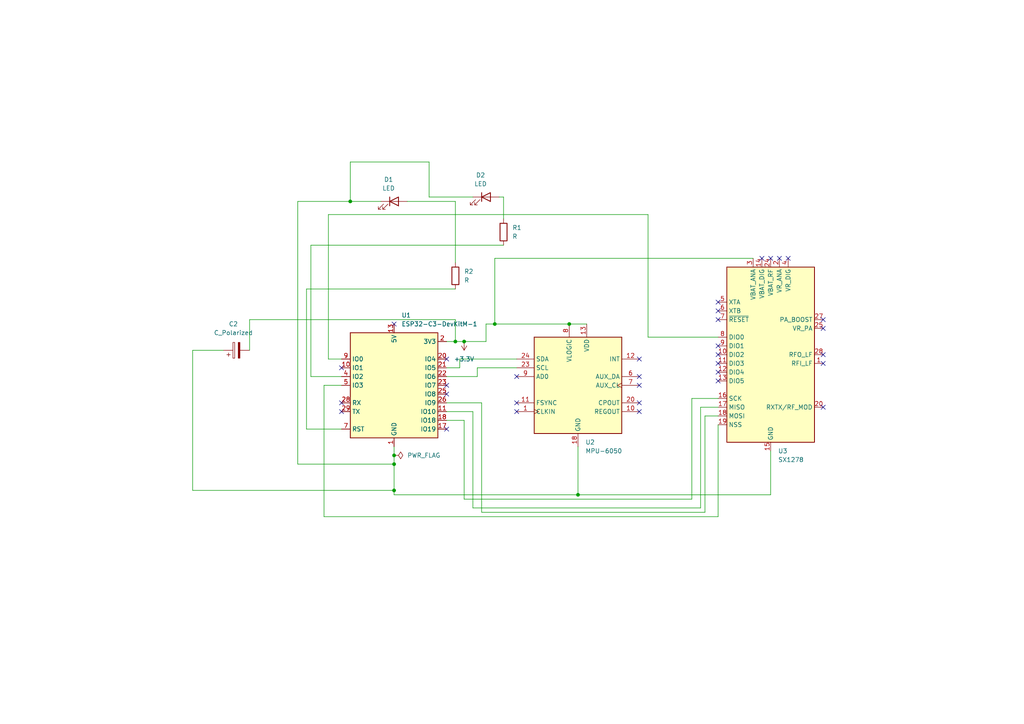
<source format=kicad_sch>
(kicad_sch
	(version 20250114)
	(generator "eeschema")
	(generator_version "9.0")
	(uuid "5b63fe88-1620-4037-b05e-381cf9cc9b7e")
	(paper "A4")
	(title_block
		(title "decentrilized-peer-peer-network")
		(date "2026-01-09")
		(rev "1.0")
	)
	(lib_symbols
		(symbol "Device:C_Polarized"
			(pin_numbers
				(hide yes)
			)
			(pin_names
				(offset 0.254)
			)
			(exclude_from_sim no)
			(in_bom yes)
			(on_board yes)
			(property "Reference" "C"
				(at 0.635 2.54 0)
				(effects
					(font
						(size 1.27 1.27)
					)
					(justify left)
				)
			)
			(property "Value" "C_Polarized"
				(at 0.635 -2.54 0)
				(effects
					(font
						(size 1.27 1.27)
					)
					(justify left)
				)
			)
			(property "Footprint" ""
				(at 0.9652 -3.81 0)
				(effects
					(font
						(size 1.27 1.27)
					)
					(hide yes)
				)
			)
			(property "Datasheet" "~"
				(at 0 0 0)
				(effects
					(font
						(size 1.27 1.27)
					)
					(hide yes)
				)
			)
			(property "Description" "Polarized capacitor"
				(at 0 0 0)
				(effects
					(font
						(size 1.27 1.27)
					)
					(hide yes)
				)
			)
			(property "ki_keywords" "cap capacitor"
				(at 0 0 0)
				(effects
					(font
						(size 1.27 1.27)
					)
					(hide yes)
				)
			)
			(property "ki_fp_filters" "CP_*"
				(at 0 0 0)
				(effects
					(font
						(size 1.27 1.27)
					)
					(hide yes)
				)
			)
			(symbol "C_Polarized_0_1"
				(rectangle
					(start -2.286 0.508)
					(end 2.286 1.016)
					(stroke
						(width 0)
						(type default)
					)
					(fill
						(type none)
					)
				)
				(polyline
					(pts
						(xy -1.778 2.286) (xy -0.762 2.286)
					)
					(stroke
						(width 0)
						(type default)
					)
					(fill
						(type none)
					)
				)
				(polyline
					(pts
						(xy -1.27 2.794) (xy -1.27 1.778)
					)
					(stroke
						(width 0)
						(type default)
					)
					(fill
						(type none)
					)
				)
				(rectangle
					(start 2.286 -0.508)
					(end -2.286 -1.016)
					(stroke
						(width 0)
						(type default)
					)
					(fill
						(type outline)
					)
				)
			)
			(symbol "C_Polarized_1_1"
				(pin passive line
					(at 0 3.81 270)
					(length 2.794)
					(name "~"
						(effects
							(font
								(size 1.27 1.27)
							)
						)
					)
					(number "1"
						(effects
							(font
								(size 1.27 1.27)
							)
						)
					)
				)
				(pin passive line
					(at 0 -3.81 90)
					(length 2.794)
					(name "~"
						(effects
							(font
								(size 1.27 1.27)
							)
						)
					)
					(number "2"
						(effects
							(font
								(size 1.27 1.27)
							)
						)
					)
				)
			)
			(embedded_fonts no)
		)
		(symbol "Device:LED"
			(pin_numbers
				(hide yes)
			)
			(pin_names
				(offset 1.016)
				(hide yes)
			)
			(exclude_from_sim no)
			(in_bom yes)
			(on_board yes)
			(property "Reference" "D"
				(at 0 2.54 0)
				(effects
					(font
						(size 1.27 1.27)
					)
				)
			)
			(property "Value" "LED"
				(at 0 -2.54 0)
				(effects
					(font
						(size 1.27 1.27)
					)
				)
			)
			(property "Footprint" ""
				(at 0 0 0)
				(effects
					(font
						(size 1.27 1.27)
					)
					(hide yes)
				)
			)
			(property "Datasheet" "~"
				(at 0 0 0)
				(effects
					(font
						(size 1.27 1.27)
					)
					(hide yes)
				)
			)
			(property "Description" "Light emitting diode"
				(at 0 0 0)
				(effects
					(font
						(size 1.27 1.27)
					)
					(hide yes)
				)
			)
			(property "Sim.Pins" "1=K 2=A"
				(at 0 0 0)
				(effects
					(font
						(size 1.27 1.27)
					)
					(hide yes)
				)
			)
			(property "ki_keywords" "LED diode"
				(at 0 0 0)
				(effects
					(font
						(size 1.27 1.27)
					)
					(hide yes)
				)
			)
			(property "ki_fp_filters" "LED* LED_SMD:* LED_THT:*"
				(at 0 0 0)
				(effects
					(font
						(size 1.27 1.27)
					)
					(hide yes)
				)
			)
			(symbol "LED_0_1"
				(polyline
					(pts
						(xy -3.048 -0.762) (xy -4.572 -2.286) (xy -3.81 -2.286) (xy -4.572 -2.286) (xy -4.572 -1.524)
					)
					(stroke
						(width 0)
						(type default)
					)
					(fill
						(type none)
					)
				)
				(polyline
					(pts
						(xy -1.778 -0.762) (xy -3.302 -2.286) (xy -2.54 -2.286) (xy -3.302 -2.286) (xy -3.302 -1.524)
					)
					(stroke
						(width 0)
						(type default)
					)
					(fill
						(type none)
					)
				)
				(polyline
					(pts
						(xy -1.27 0) (xy 1.27 0)
					)
					(stroke
						(width 0)
						(type default)
					)
					(fill
						(type none)
					)
				)
				(polyline
					(pts
						(xy -1.27 -1.27) (xy -1.27 1.27)
					)
					(stroke
						(width 0.254)
						(type default)
					)
					(fill
						(type none)
					)
				)
				(polyline
					(pts
						(xy 1.27 -1.27) (xy 1.27 1.27) (xy -1.27 0) (xy 1.27 -1.27)
					)
					(stroke
						(width 0.254)
						(type default)
					)
					(fill
						(type none)
					)
				)
			)
			(symbol "LED_1_1"
				(pin passive line
					(at -3.81 0 0)
					(length 2.54)
					(name "K"
						(effects
							(font
								(size 1.27 1.27)
							)
						)
					)
					(number "1"
						(effects
							(font
								(size 1.27 1.27)
							)
						)
					)
				)
				(pin passive line
					(at 3.81 0 180)
					(length 2.54)
					(name "A"
						(effects
							(font
								(size 1.27 1.27)
							)
						)
					)
					(number "2"
						(effects
							(font
								(size 1.27 1.27)
							)
						)
					)
				)
			)
			(embedded_fonts no)
		)
		(symbol "Device:R"
			(pin_numbers
				(hide yes)
			)
			(pin_names
				(offset 0)
			)
			(exclude_from_sim no)
			(in_bom yes)
			(on_board yes)
			(property "Reference" "R"
				(at 2.032 0 90)
				(effects
					(font
						(size 1.27 1.27)
					)
				)
			)
			(property "Value" "R"
				(at 0 0 90)
				(effects
					(font
						(size 1.27 1.27)
					)
				)
			)
			(property "Footprint" ""
				(at -1.778 0 90)
				(effects
					(font
						(size 1.27 1.27)
					)
					(hide yes)
				)
			)
			(property "Datasheet" "~"
				(at 0 0 0)
				(effects
					(font
						(size 1.27 1.27)
					)
					(hide yes)
				)
			)
			(property "Description" "Resistor"
				(at 0 0 0)
				(effects
					(font
						(size 1.27 1.27)
					)
					(hide yes)
				)
			)
			(property "ki_keywords" "R res resistor"
				(at 0 0 0)
				(effects
					(font
						(size 1.27 1.27)
					)
					(hide yes)
				)
			)
			(property "ki_fp_filters" "R_*"
				(at 0 0 0)
				(effects
					(font
						(size 1.27 1.27)
					)
					(hide yes)
				)
			)
			(symbol "R_0_1"
				(rectangle
					(start -1.016 -2.54)
					(end 1.016 2.54)
					(stroke
						(width 0.254)
						(type default)
					)
					(fill
						(type none)
					)
				)
			)
			(symbol "R_1_1"
				(pin passive line
					(at 0 3.81 270)
					(length 1.27)
					(name "~"
						(effects
							(font
								(size 1.27 1.27)
							)
						)
					)
					(number "1"
						(effects
							(font
								(size 1.27 1.27)
							)
						)
					)
				)
				(pin passive line
					(at 0 -3.81 90)
					(length 1.27)
					(name "~"
						(effects
							(font
								(size 1.27 1.27)
							)
						)
					)
					(number "2"
						(effects
							(font
								(size 1.27 1.27)
							)
						)
					)
				)
			)
			(embedded_fonts no)
		)
		(symbol "RF:SX1278"
			(exclude_from_sim no)
			(in_bom yes)
			(on_board yes)
			(property "Reference" "U"
				(at 13.97 24.13 0)
				(effects
					(font
						(size 1.27 1.27)
					)
					(justify left)
				)
			)
			(property "Value" "SX1278"
				(at 13.97 21.59 0)
				(effects
					(font
						(size 1.27 1.27)
					)
					(justify left)
				)
			)
			(property "Footprint" "Package_DFN_QFN:QFN-28-1EP_6x6mm_P0.65mm_EP4.8x4.8mm"
				(at 0 -7.62 0)
				(effects
					(font
						(size 1.27 1.27)
					)
					(hide yes)
				)
			)
			(property "Datasheet" "https://semtech.my.salesforce.com/sfc/p/#E0000000JelG/a/2R0000001Rbr/6EfVZUorrpoKFfvaF_Fkpgp5kzjiNyiAbqcpqh9qSjE"
				(at 0 -5.08 0)
				(effects
					(font
						(size 1.27 1.27)
					)
					(hide yes)
				)
			)
			(property "Description" "137 MHz to 525 MHz Low Power Long Range Transceiver, spreading factor from 6 to 12, LoRA, QFN-28"
				(at 0 0 0)
				(effects
					(font
						(size 1.27 1.27)
					)
					(hide yes)
				)
			)
			(property "ki_keywords" "low-power lora transceiver"
				(at 0 0 0)
				(effects
					(font
						(size 1.27 1.27)
					)
					(hide yes)
				)
			)
			(property "ki_fp_filters" "QFN*1EP*6x6mm*P0.65mm*"
				(at 0 0 0)
				(effects
					(font
						(size 1.27 1.27)
					)
					(hide yes)
				)
			)
			(symbol "SX1278_0_1"
				(rectangle
					(start -12.7 25.4)
					(end 12.7 -25.4)
					(stroke
						(width 0.254)
						(type default)
					)
					(fill
						(type background)
					)
				)
			)
			(symbol "SX1278_1_1"
				(pin bidirectional line
					(at -15.24 15.24 0)
					(length 2.54)
					(name "XTA"
						(effects
							(font
								(size 1.27 1.27)
							)
						)
					)
					(number "5"
						(effects
							(font
								(size 1.27 1.27)
							)
						)
					)
				)
				(pin bidirectional line
					(at -15.24 12.7 0)
					(length 2.54)
					(name "XTB"
						(effects
							(font
								(size 1.27 1.27)
							)
						)
					)
					(number "6"
						(effects
							(font
								(size 1.27 1.27)
							)
						)
					)
				)
				(pin input line
					(at -15.24 10.16 0)
					(length 2.54)
					(name "~{RESET}"
						(effects
							(font
								(size 1.27 1.27)
							)
						)
					)
					(number "7"
						(effects
							(font
								(size 1.27 1.27)
							)
						)
					)
				)
				(pin bidirectional line
					(at -15.24 5.08 0)
					(length 2.54)
					(name "DIO0"
						(effects
							(font
								(size 1.27 1.27)
							)
						)
					)
					(number "8"
						(effects
							(font
								(size 1.27 1.27)
							)
						)
					)
				)
				(pin bidirectional line
					(at -15.24 2.54 0)
					(length 2.54)
					(name "DIO1"
						(effects
							(font
								(size 1.27 1.27)
							)
						)
					)
					(number "9"
						(effects
							(font
								(size 1.27 1.27)
							)
						)
					)
				)
				(pin bidirectional line
					(at -15.24 0 0)
					(length 2.54)
					(name "DIO2"
						(effects
							(font
								(size 1.27 1.27)
							)
						)
					)
					(number "10"
						(effects
							(font
								(size 1.27 1.27)
							)
						)
					)
				)
				(pin bidirectional line
					(at -15.24 -2.54 0)
					(length 2.54)
					(name "DIO3"
						(effects
							(font
								(size 1.27 1.27)
							)
						)
					)
					(number "11"
						(effects
							(font
								(size 1.27 1.27)
							)
						)
					)
				)
				(pin bidirectional line
					(at -15.24 -5.08 0)
					(length 2.54)
					(name "DIO4"
						(effects
							(font
								(size 1.27 1.27)
							)
						)
					)
					(number "12"
						(effects
							(font
								(size 1.27 1.27)
							)
						)
					)
				)
				(pin bidirectional line
					(at -15.24 -7.62 0)
					(length 2.54)
					(name "DIO5"
						(effects
							(font
								(size 1.27 1.27)
							)
						)
					)
					(number "13"
						(effects
							(font
								(size 1.27 1.27)
							)
						)
					)
				)
				(pin input line
					(at -15.24 -12.7 0)
					(length 2.54)
					(name "SCK"
						(effects
							(font
								(size 1.27 1.27)
							)
						)
					)
					(number "16"
						(effects
							(font
								(size 1.27 1.27)
							)
						)
					)
				)
				(pin output line
					(at -15.24 -15.24 0)
					(length 2.54)
					(name "MISO"
						(effects
							(font
								(size 1.27 1.27)
							)
						)
					)
					(number "17"
						(effects
							(font
								(size 1.27 1.27)
							)
						)
					)
				)
				(pin input line
					(at -15.24 -17.78 0)
					(length 2.54)
					(name "MOSI"
						(effects
							(font
								(size 1.27 1.27)
							)
						)
					)
					(number "18"
						(effects
							(font
								(size 1.27 1.27)
							)
						)
					)
				)
				(pin input line
					(at -15.24 -20.32 0)
					(length 2.54)
					(name "NSS"
						(effects
							(font
								(size 1.27 1.27)
							)
						)
					)
					(number "19"
						(effects
							(font
								(size 1.27 1.27)
							)
						)
					)
				)
				(pin power_in line
					(at -5.08 27.94 270)
					(length 2.54)
					(name "VBAT_ANA"
						(effects
							(font
								(size 1.27 1.27)
							)
						)
					)
					(number "3"
						(effects
							(font
								(size 1.27 1.27)
							)
						)
					)
				)
				(pin power_in line
					(at -2.54 27.94 270)
					(length 2.54)
					(name "VBAT_DIG"
						(effects
							(font
								(size 1.27 1.27)
							)
						)
					)
					(number "14"
						(effects
							(font
								(size 1.27 1.27)
							)
						)
					)
				)
				(pin power_in line
					(at 0 27.94 270)
					(length 2.54)
					(name "VBAT_RF"
						(effects
							(font
								(size 1.27 1.27)
							)
						)
					)
					(number "24"
						(effects
							(font
								(size 1.27 1.27)
							)
						)
					)
				)
				(pin power_in line
					(at 0 -27.94 90)
					(length 2.54)
					(name "GND"
						(effects
							(font
								(size 1.27 1.27)
							)
						)
					)
					(number "15"
						(effects
							(font
								(size 1.27 1.27)
							)
						)
					)
				)
				(pin passive line
					(at 0 -27.94 90)
					(length 2.54)
					(hide yes)
					(name "GND"
						(effects
							(font
								(size 1.27 1.27)
							)
						)
					)
					(number "21"
						(effects
							(font
								(size 1.27 1.27)
							)
						)
					)
				)
				(pin passive line
					(at 0 -27.94 90)
					(length 2.54)
					(hide yes)
					(name "GND"
						(effects
							(font
								(size 1.27 1.27)
							)
						)
					)
					(number "22"
						(effects
							(font
								(size 1.27 1.27)
							)
						)
					)
				)
				(pin passive line
					(at 0 -27.94 90)
					(length 2.54)
					(hide yes)
					(name "GND"
						(effects
							(font
								(size 1.27 1.27)
							)
						)
					)
					(number "23"
						(effects
							(font
								(size 1.27 1.27)
							)
						)
					)
				)
				(pin passive line
					(at 0 -27.94 90)
					(length 2.54)
					(hide yes)
					(name "GND"
						(effects
							(font
								(size 1.27 1.27)
							)
						)
					)
					(number "26"
						(effects
							(font
								(size 1.27 1.27)
							)
						)
					)
				)
				(pin passive line
					(at 0 -27.94 90)
					(length 2.54)
					(hide yes)
					(name "GND"
						(effects
							(font
								(size 1.27 1.27)
							)
						)
					)
					(number "29"
						(effects
							(font
								(size 1.27 1.27)
							)
						)
					)
				)
				(pin power_in line
					(at 2.54 27.94 270)
					(length 2.54)
					(name "VR_ANA"
						(effects
							(font
								(size 1.27 1.27)
							)
						)
					)
					(number "2"
						(effects
							(font
								(size 1.27 1.27)
							)
						)
					)
				)
				(pin power_in line
					(at 5.08 27.94 270)
					(length 2.54)
					(name "VR_DIG"
						(effects
							(font
								(size 1.27 1.27)
							)
						)
					)
					(number "4"
						(effects
							(font
								(size 1.27 1.27)
							)
						)
					)
				)
				(pin power_out line
					(at 15.24 10.16 180)
					(length 2.54)
					(name "PA_BOOST"
						(effects
							(font
								(size 1.27 1.27)
							)
						)
					)
					(number "27"
						(effects
							(font
								(size 1.27 1.27)
							)
						)
					)
				)
				(pin power_out line
					(at 15.24 7.62 180)
					(length 2.54)
					(name "VR_PA"
						(effects
							(font
								(size 1.27 1.27)
							)
						)
					)
					(number "25"
						(effects
							(font
								(size 1.27 1.27)
							)
						)
					)
				)
				(pin output line
					(at 15.24 0 180)
					(length 2.54)
					(name "RFO_LF"
						(effects
							(font
								(size 1.27 1.27)
							)
						)
					)
					(number "28"
						(effects
							(font
								(size 1.27 1.27)
							)
						)
					)
				)
				(pin input line
					(at 15.24 -2.54 180)
					(length 2.54)
					(name "RFI_LF"
						(effects
							(font
								(size 1.27 1.27)
							)
						)
					)
					(number "1"
						(effects
							(font
								(size 1.27 1.27)
							)
						)
					)
				)
				(pin output line
					(at 15.24 -15.24 180)
					(length 2.54)
					(name "RXTX/RF_MOD"
						(effects
							(font
								(size 1.27 1.27)
							)
						)
					)
					(number "20"
						(effects
							(font
								(size 1.27 1.27)
							)
						)
					)
				)
			)
			(embedded_fonts no)
		)
		(symbol "RF_Module:ESP32-C3-DevKitM-1"
			(exclude_from_sim no)
			(in_bom yes)
			(on_board yes)
			(property "Reference" "U"
				(at 7.62 16.51 0)
				(effects
					(font
						(size 1.27 1.27)
					)
				)
			)
			(property "Value" "ESP32-C3-DevKitM-1"
				(at 11.684 -16.764 0)
				(effects
					(font
						(size 1.27 1.27)
					)
				)
			)
			(property "Footprint" "RF_Module:ESP32-C3-DevKitM-1"
				(at 0 -25.4 0)
				(effects
					(font
						(size 1.27 1.27)
					)
					(hide yes)
				)
			)
			(property "Datasheet" "https://docs.espressif.com/projects/esp-idf/en/latest/esp32c3/hw-reference/esp32c3/user-guide-devkitm-1.html"
				(at 0 -30.48 0)
				(effects
					(font
						(size 1.27 1.27)
					)
					(hide yes)
				)
			)
			(property "Description" "Development board featuring ESP32-C3-MINI-1 module"
				(at 0 -27.94 0)
				(effects
					(font
						(size 1.27 1.27)
					)
					(hide yes)
				)
			)
			(property "ki_keywords" "riscv wifi bluetooth ble"
				(at 0 0 0)
				(effects
					(font
						(size 1.27 1.27)
					)
					(hide yes)
				)
			)
			(property "ki_fp_filters" "*ESP32?C3?DevKitM?1*"
				(at 0 0 0)
				(effects
					(font
						(size 1.27 1.27)
					)
					(hide yes)
				)
			)
			(symbol "ESP32-C3-DevKitM-1_1_1"
				(rectangle
					(start -12.7 15.24)
					(end 12.7 -15.24)
					(stroke
						(width 0.254)
						(type default)
					)
					(fill
						(type background)
					)
				)
				(pin bidirectional line
					(at -15.24 7.62 0)
					(length 2.54)
					(name "IO0"
						(effects
							(font
								(size 1.27 1.27)
							)
						)
					)
					(number "9"
						(effects
							(font
								(size 1.27 1.27)
							)
						)
					)
					(alternate "ADC1_CH0" passive line)
					(alternate "XTAL_32K_P" passive line)
				)
				(pin bidirectional line
					(at -15.24 5.08 0)
					(length 2.54)
					(name "IO1"
						(effects
							(font
								(size 1.27 1.27)
							)
						)
					)
					(number "10"
						(effects
							(font
								(size 1.27 1.27)
							)
						)
					)
					(alternate "ADC1_CH1" passive line)
					(alternate "XTAL_32K_N" passive line)
				)
				(pin bidirectional line
					(at -15.24 2.54 0)
					(length 2.54)
					(name "IO2"
						(effects
							(font
								(size 1.27 1.27)
							)
						)
					)
					(number "4"
						(effects
							(font
								(size 1.27 1.27)
							)
						)
					)
					(alternate "ADC1_CH0" passive line)
					(alternate "FSPIQ" passive line)
				)
				(pin bidirectional line
					(at -15.24 0 0)
					(length 2.54)
					(name "IO3"
						(effects
							(font
								(size 1.27 1.27)
							)
						)
					)
					(number "5"
						(effects
							(font
								(size 1.27 1.27)
							)
						)
					)
					(alternate "ADC1_CH3" passive line)
				)
				(pin input line
					(at -15.24 -5.08 0)
					(length 2.54)
					(name "RX"
						(effects
							(font
								(size 1.27 1.27)
							)
						)
					)
					(number "28"
						(effects
							(font
								(size 1.27 1.27)
							)
						)
					)
					(alternate "IO20" passive line)
				)
				(pin output line
					(at -15.24 -7.62 0)
					(length 2.54)
					(name "TX"
						(effects
							(font
								(size 1.27 1.27)
							)
						)
					)
					(number "29"
						(effects
							(font
								(size 1.27 1.27)
							)
						)
					)
					(alternate "IO21" passive line)
				)
				(pin input line
					(at -15.24 -12.7 0)
					(length 2.54)
					(name "RST"
						(effects
							(font
								(size 1.27 1.27)
							)
						)
					)
					(number "7"
						(effects
							(font
								(size 1.27 1.27)
							)
						)
					)
				)
				(pin passive line
					(at 0 17.78 270)
					(length 2.54)
					(name "5V"
						(effects
							(font
								(size 1.27 1.27)
							)
						)
					)
					(number "13"
						(effects
							(font
								(size 1.27 1.27)
							)
						)
					)
				)
				(pin passive line
					(at 0 17.78 270)
					(length 2.54)
					(hide yes)
					(name "5V"
						(effects
							(font
								(size 1.27 1.27)
							)
						)
					)
					(number "14"
						(effects
							(font
								(size 1.27 1.27)
							)
						)
					)
				)
				(pin power_in line
					(at 0 -17.78 90)
					(length 2.54)
					(name "GND"
						(effects
							(font
								(size 1.27 1.27)
							)
						)
					)
					(number "1"
						(effects
							(font
								(size 1.27 1.27)
							)
						)
					)
				)
				(pin passive line
					(at 0 -17.78 90)
					(length 2.54)
					(hide yes)
					(name "GND"
						(effects
							(font
								(size 1.27 1.27)
							)
						)
					)
					(number "12"
						(effects
							(font
								(size 1.27 1.27)
							)
						)
					)
				)
				(pin passive line
					(at 0 -17.78 90)
					(length 2.54)
					(hide yes)
					(name "GND"
						(effects
							(font
								(size 1.27 1.27)
							)
						)
					)
					(number "15"
						(effects
							(font
								(size 1.27 1.27)
							)
						)
					)
				)
				(pin passive line
					(at 0 -17.78 90)
					(length 2.54)
					(hide yes)
					(name "GND"
						(effects
							(font
								(size 1.27 1.27)
							)
						)
					)
					(number "16"
						(effects
							(font
								(size 1.27 1.27)
							)
						)
					)
				)
				(pin passive line
					(at 0 -17.78 90)
					(length 2.54)
					(hide yes)
					(name "GND"
						(effects
							(font
								(size 1.27 1.27)
							)
						)
					)
					(number "19"
						(effects
							(font
								(size 1.27 1.27)
							)
						)
					)
				)
				(pin passive line
					(at 0 -17.78 90)
					(length 2.54)
					(hide yes)
					(name "GND"
						(effects
							(font
								(size 1.27 1.27)
							)
						)
					)
					(number "24"
						(effects
							(font
								(size 1.27 1.27)
							)
						)
					)
				)
				(pin passive line
					(at 0 -17.78 90)
					(length 2.54)
					(hide yes)
					(name "GND"
						(effects
							(font
								(size 1.27 1.27)
							)
						)
					)
					(number "27"
						(effects
							(font
								(size 1.27 1.27)
							)
						)
					)
				)
				(pin passive line
					(at 0 -17.78 90)
					(length 2.54)
					(hide yes)
					(name "GND"
						(effects
							(font
								(size 1.27 1.27)
							)
						)
					)
					(number "30"
						(effects
							(font
								(size 1.27 1.27)
							)
						)
					)
				)
				(pin passive line
					(at 0 -17.78 90)
					(length 2.54)
					(hide yes)
					(name "GND"
						(effects
							(font
								(size 1.27 1.27)
							)
						)
					)
					(number "6"
						(effects
							(font
								(size 1.27 1.27)
							)
						)
					)
				)
				(pin passive line
					(at 0 -17.78 90)
					(length 2.54)
					(hide yes)
					(name "GND"
						(effects
							(font
								(size 1.27 1.27)
							)
						)
					)
					(number "8"
						(effects
							(font
								(size 1.27 1.27)
							)
						)
					)
				)
				(pin power_out line
					(at 15.24 12.7 180)
					(length 2.54)
					(name "3V3"
						(effects
							(font
								(size 1.27 1.27)
							)
						)
					)
					(number "2"
						(effects
							(font
								(size 1.27 1.27)
							)
						)
					)
				)
				(pin passive line
					(at 15.24 12.7 180)
					(length 2.54)
					(hide yes)
					(name "3V3"
						(effects
							(font
								(size 1.27 1.27)
							)
						)
					)
					(number "3"
						(effects
							(font
								(size 1.27 1.27)
							)
						)
					)
				)
				(pin bidirectional line
					(at 15.24 7.62 180)
					(length 2.54)
					(name "IO4"
						(effects
							(font
								(size 1.27 1.27)
							)
						)
					)
					(number "20"
						(effects
							(font
								(size 1.27 1.27)
							)
						)
					)
					(alternate "ADC1_CH4" passive line)
					(alternate "FSPIHD" passive line)
					(alternate "MTMS" passive line)
				)
				(pin bidirectional line
					(at 15.24 5.08 180)
					(length 2.54)
					(name "IO5"
						(effects
							(font
								(size 1.27 1.27)
							)
						)
					)
					(number "21"
						(effects
							(font
								(size 1.27 1.27)
							)
						)
					)
					(alternate "ADC2_CH0" passive line)
					(alternate "FSPIWP" passive line)
					(alternate "MTDI" passive line)
				)
				(pin bidirectional line
					(at 15.24 2.54 180)
					(length 2.54)
					(name "IO6"
						(effects
							(font
								(size 1.27 1.27)
							)
						)
					)
					(number "22"
						(effects
							(font
								(size 1.27 1.27)
							)
						)
					)
					(alternate "FSPICLK" passive line)
					(alternate "MTCK" passive line)
				)
				(pin bidirectional line
					(at 15.24 0 180)
					(length 2.54)
					(name "IO7"
						(effects
							(font
								(size 1.27 1.27)
							)
						)
					)
					(number "23"
						(effects
							(font
								(size 1.27 1.27)
							)
						)
					)
					(alternate "FSPID" passive line)
					(alternate "MTDO" passive line)
				)
				(pin bidirectional line
					(at 15.24 -2.54 180)
					(length 2.54)
					(name "IO8"
						(effects
							(font
								(size 1.27 1.27)
							)
						)
					)
					(number "25"
						(effects
							(font
								(size 1.27 1.27)
							)
						)
					)
				)
				(pin bidirectional line
					(at 15.24 -5.08 180)
					(length 2.54)
					(name "IO9"
						(effects
							(font
								(size 1.27 1.27)
							)
						)
					)
					(number "26"
						(effects
							(font
								(size 1.27 1.27)
							)
						)
					)
				)
				(pin bidirectional line
					(at 15.24 -7.62 180)
					(length 2.54)
					(name "IO10"
						(effects
							(font
								(size 1.27 1.27)
							)
						)
					)
					(number "11"
						(effects
							(font
								(size 1.27 1.27)
							)
						)
					)
					(alternate "FSPICS0" passive line)
				)
				(pin bidirectional line
					(at 15.24 -10.16 180)
					(length 2.54)
					(name "IO18"
						(effects
							(font
								(size 1.27 1.27)
							)
						)
					)
					(number "18"
						(effects
							(font
								(size 1.27 1.27)
							)
						)
					)
					(alternate "USB_D-" passive line)
				)
				(pin bidirectional line
					(at 15.24 -12.7 180)
					(length 2.54)
					(name "IO19"
						(effects
							(font
								(size 1.27 1.27)
							)
						)
					)
					(number "17"
						(effects
							(font
								(size 1.27 1.27)
							)
						)
					)
					(alternate "USB_D+" passive line)
				)
			)
			(embedded_fonts no)
		)
		(symbol "Sensor_Motion:MPU-6050"
			(exclude_from_sim no)
			(in_bom yes)
			(on_board yes)
			(property "Reference" "U"
				(at -11.43 13.97 0)
				(effects
					(font
						(size 1.27 1.27)
					)
				)
			)
			(property "Value" "MPU-6050"
				(at 7.62 -15.24 0)
				(effects
					(font
						(size 1.27 1.27)
					)
				)
			)
			(property "Footprint" "Sensor_Motion:InvenSense_QFN-24_4x4mm_P0.5mm"
				(at 0 -20.32 0)
				(effects
					(font
						(size 1.27 1.27)
					)
					(hide yes)
				)
			)
			(property "Datasheet" "https://invensense.tdk.com/wp-content/uploads/2015/02/MPU-6000-Datasheet1.pdf"
				(at 0 -3.81 0)
				(effects
					(font
						(size 1.27 1.27)
					)
					(hide yes)
				)
			)
			(property "Description" "InvenSense 6-Axis Motion Sensor, Gyroscope, Accelerometer, I2C"
				(at 0 0 0)
				(effects
					(font
						(size 1.27 1.27)
					)
					(hide yes)
				)
			)
			(property "ki_keywords" "mems"
				(at 0 0 0)
				(effects
					(font
						(size 1.27 1.27)
					)
					(hide yes)
				)
			)
			(property "ki_fp_filters" "*QFN*4x4mm*P0.5mm*"
				(at 0 0 0)
				(effects
					(font
						(size 1.27 1.27)
					)
					(hide yes)
				)
			)
			(symbol "MPU-6050_0_1"
				(rectangle
					(start -12.7 13.97)
					(end 12.7 -13.97)
					(stroke
						(width 0.254)
						(type default)
					)
					(fill
						(type background)
					)
				)
			)
			(symbol "MPU-6050_1_1"
				(pin bidirectional line
					(at -17.78 7.62 0)
					(length 5.08)
					(name "SDA"
						(effects
							(font
								(size 1.27 1.27)
							)
						)
					)
					(number "24"
						(effects
							(font
								(size 1.27 1.27)
							)
						)
					)
				)
				(pin input line
					(at -17.78 5.08 0)
					(length 5.08)
					(name "SCL"
						(effects
							(font
								(size 1.27 1.27)
							)
						)
					)
					(number "23"
						(effects
							(font
								(size 1.27 1.27)
							)
						)
					)
				)
				(pin input line
					(at -17.78 2.54 0)
					(length 5.08)
					(name "AD0"
						(effects
							(font
								(size 1.27 1.27)
							)
						)
					)
					(number "9"
						(effects
							(font
								(size 1.27 1.27)
							)
						)
					)
				)
				(pin input line
					(at -17.78 -5.08 0)
					(length 5.08)
					(name "FSYNC"
						(effects
							(font
								(size 1.27 1.27)
							)
						)
					)
					(number "11"
						(effects
							(font
								(size 1.27 1.27)
							)
						)
					)
				)
				(pin input clock
					(at -17.78 -7.62 0)
					(length 5.08)
					(name "CLKIN"
						(effects
							(font
								(size 1.27 1.27)
							)
						)
					)
					(number "1"
						(effects
							(font
								(size 1.27 1.27)
							)
						)
					)
				)
				(pin no_connect line
					(at -12.7 12.7 0)
					(length 2.54)
					(hide yes)
					(name "NC"
						(effects
							(font
								(size 1.27 1.27)
							)
						)
					)
					(number "2"
						(effects
							(font
								(size 1.27 1.27)
							)
						)
					)
				)
				(pin no_connect line
					(at -12.7 10.16 0)
					(length 2.54)
					(hide yes)
					(name "NC"
						(effects
							(font
								(size 1.27 1.27)
							)
						)
					)
					(number "3"
						(effects
							(font
								(size 1.27 1.27)
							)
						)
					)
				)
				(pin no_connect line
					(at -12.7 0 0)
					(length 2.54)
					(hide yes)
					(name "NC"
						(effects
							(font
								(size 1.27 1.27)
							)
						)
					)
					(number "4"
						(effects
							(font
								(size 1.27 1.27)
							)
						)
					)
				)
				(pin no_connect line
					(at -12.7 -2.54 0)
					(length 2.54)
					(hide yes)
					(name "NC"
						(effects
							(font
								(size 1.27 1.27)
							)
						)
					)
					(number "5"
						(effects
							(font
								(size 1.27 1.27)
							)
						)
					)
				)
				(pin no_connect line
					(at -12.7 -10.16 0)
					(length 2.54)
					(hide yes)
					(name "NC"
						(effects
							(font
								(size 1.27 1.27)
							)
						)
					)
					(number "14"
						(effects
							(font
								(size 1.27 1.27)
							)
						)
					)
				)
				(pin power_in line
					(at -2.54 17.78 270)
					(length 3.81)
					(name "VLOGIC"
						(effects
							(font
								(size 1.27 1.27)
							)
						)
					)
					(number "8"
						(effects
							(font
								(size 1.27 1.27)
							)
						)
					)
				)
				(pin power_in line
					(at 0 -17.78 90)
					(length 3.81)
					(name "GND"
						(effects
							(font
								(size 1.27 1.27)
							)
						)
					)
					(number "18"
						(effects
							(font
								(size 1.27 1.27)
							)
						)
					)
				)
				(pin power_in line
					(at 2.54 17.78 270)
					(length 3.81)
					(name "VDD"
						(effects
							(font
								(size 1.27 1.27)
							)
						)
					)
					(number "13"
						(effects
							(font
								(size 1.27 1.27)
							)
						)
					)
				)
				(pin no_connect line
					(at 12.7 12.7 180)
					(length 2.54)
					(hide yes)
					(name "NC"
						(effects
							(font
								(size 1.27 1.27)
							)
						)
					)
					(number "15"
						(effects
							(font
								(size 1.27 1.27)
							)
						)
					)
				)
				(pin no_connect line
					(at 12.7 10.16 180)
					(length 2.54)
					(hide yes)
					(name "NC"
						(effects
							(font
								(size 1.27 1.27)
							)
						)
					)
					(number "16"
						(effects
							(font
								(size 1.27 1.27)
							)
						)
					)
				)
				(pin no_connect line
					(at 12.7 5.08 180)
					(length 2.54)
					(hide yes)
					(name "NC"
						(effects
							(font
								(size 1.27 1.27)
							)
						)
					)
					(number "17"
						(effects
							(font
								(size 1.27 1.27)
							)
						)
					)
				)
				(pin no_connect line
					(at 12.7 -2.54 180)
					(length 2.54)
					(hide yes)
					(name "RESV"
						(effects
							(font
								(size 1.27 1.27)
							)
						)
					)
					(number "21"
						(effects
							(font
								(size 1.27 1.27)
							)
						)
					)
				)
				(pin no_connect line
					(at 12.7 -10.16 180)
					(length 2.54)
					(hide yes)
					(name "RESV"
						(effects
							(font
								(size 1.27 1.27)
							)
						)
					)
					(number "19"
						(effects
							(font
								(size 1.27 1.27)
							)
						)
					)
				)
				(pin no_connect line
					(at 12.7 -12.7 180)
					(length 2.54)
					(hide yes)
					(name "RESV"
						(effects
							(font
								(size 1.27 1.27)
							)
						)
					)
					(number "22"
						(effects
							(font
								(size 1.27 1.27)
							)
						)
					)
				)
				(pin output line
					(at 17.78 7.62 180)
					(length 5.08)
					(name "INT"
						(effects
							(font
								(size 1.27 1.27)
							)
						)
					)
					(number "12"
						(effects
							(font
								(size 1.27 1.27)
							)
						)
					)
				)
				(pin bidirectional line
					(at 17.78 2.54 180)
					(length 5.08)
					(name "AUX_DA"
						(effects
							(font
								(size 1.27 1.27)
							)
						)
					)
					(number "6"
						(effects
							(font
								(size 1.27 1.27)
							)
						)
					)
				)
				(pin output clock
					(at 17.78 0 180)
					(length 5.08)
					(name "AUX_CL"
						(effects
							(font
								(size 1.27 1.27)
							)
						)
					)
					(number "7"
						(effects
							(font
								(size 1.27 1.27)
							)
						)
					)
				)
				(pin passive line
					(at 17.78 -5.08 180)
					(length 5.08)
					(name "CPOUT"
						(effects
							(font
								(size 1.27 1.27)
							)
						)
					)
					(number "20"
						(effects
							(font
								(size 1.27 1.27)
							)
						)
					)
				)
				(pin passive line
					(at 17.78 -7.62 180)
					(length 5.08)
					(name "REGOUT"
						(effects
							(font
								(size 1.27 1.27)
							)
						)
					)
					(number "10"
						(effects
							(font
								(size 1.27 1.27)
							)
						)
					)
				)
			)
			(embedded_fonts no)
		)
		(symbol "power:+3.3V"
			(power)
			(pin_numbers
				(hide yes)
			)
			(pin_names
				(offset 0)
				(hide yes)
			)
			(exclude_from_sim no)
			(in_bom yes)
			(on_board yes)
			(property "Reference" "#PWR"
				(at 0 -3.81 0)
				(effects
					(font
						(size 1.27 1.27)
					)
					(hide yes)
				)
			)
			(property "Value" "+3.3V"
				(at 0 3.556 0)
				(effects
					(font
						(size 1.27 1.27)
					)
				)
			)
			(property "Footprint" ""
				(at 0 0 0)
				(effects
					(font
						(size 1.27 1.27)
					)
					(hide yes)
				)
			)
			(property "Datasheet" ""
				(at 0 0 0)
				(effects
					(font
						(size 1.27 1.27)
					)
					(hide yes)
				)
			)
			(property "Description" "Power symbol creates a global label with name \"+3.3V\""
				(at 0 0 0)
				(effects
					(font
						(size 1.27 1.27)
					)
					(hide yes)
				)
			)
			(property "ki_keywords" "global power"
				(at 0 0 0)
				(effects
					(font
						(size 1.27 1.27)
					)
					(hide yes)
				)
			)
			(symbol "+3.3V_0_1"
				(polyline
					(pts
						(xy -0.762 1.27) (xy 0 2.54)
					)
					(stroke
						(width 0)
						(type default)
					)
					(fill
						(type none)
					)
				)
				(polyline
					(pts
						(xy 0 2.54) (xy 0.762 1.27)
					)
					(stroke
						(width 0)
						(type default)
					)
					(fill
						(type none)
					)
				)
				(polyline
					(pts
						(xy 0 0) (xy 0 2.54)
					)
					(stroke
						(width 0)
						(type default)
					)
					(fill
						(type none)
					)
				)
			)
			(symbol "+3.3V_1_1"
				(pin power_in line
					(at 0 0 90)
					(length 0)
					(name "~"
						(effects
							(font
								(size 1.27 1.27)
							)
						)
					)
					(number "1"
						(effects
							(font
								(size 1.27 1.27)
							)
						)
					)
				)
			)
			(embedded_fonts no)
		)
		(symbol "power:PWR_FLAG"
			(power)
			(pin_numbers
				(hide yes)
			)
			(pin_names
				(offset 0)
				(hide yes)
			)
			(exclude_from_sim no)
			(in_bom yes)
			(on_board yes)
			(property "Reference" "#FLG"
				(at 0 1.905 0)
				(effects
					(font
						(size 1.27 1.27)
					)
					(hide yes)
				)
			)
			(property "Value" "PWR_FLAG"
				(at 0 3.81 0)
				(effects
					(font
						(size 1.27 1.27)
					)
				)
			)
			(property "Footprint" ""
				(at 0 0 0)
				(effects
					(font
						(size 1.27 1.27)
					)
					(hide yes)
				)
			)
			(property "Datasheet" "~"
				(at 0 0 0)
				(effects
					(font
						(size 1.27 1.27)
					)
					(hide yes)
				)
			)
			(property "Description" "Special symbol for telling ERC where power comes from"
				(at 0 0 0)
				(effects
					(font
						(size 1.27 1.27)
					)
					(hide yes)
				)
			)
			(property "ki_keywords" "flag power"
				(at 0 0 0)
				(effects
					(font
						(size 1.27 1.27)
					)
					(hide yes)
				)
			)
			(symbol "PWR_FLAG_0_0"
				(pin power_out line
					(at 0 0 90)
					(length 0)
					(name "~"
						(effects
							(font
								(size 1.27 1.27)
							)
						)
					)
					(number "1"
						(effects
							(font
								(size 1.27 1.27)
							)
						)
					)
				)
			)
			(symbol "PWR_FLAG_0_1"
				(polyline
					(pts
						(xy 0 0) (xy 0 1.27) (xy -1.016 1.905) (xy 0 2.54) (xy 1.016 1.905) (xy 0 1.27)
					)
					(stroke
						(width 0)
						(type default)
					)
					(fill
						(type none)
					)
				)
			)
			(embedded_fonts no)
		)
	)
	(junction
		(at 134.62 99.06)
		(diameter 0)
		(color 0 0 0 0)
		(uuid "1508f3d7-db63-45cd-9a09-11634d81d2f6")
	)
	(junction
		(at 167.64 143.51)
		(diameter 0)
		(color 0 0 0 0)
		(uuid "3675e0d4-f390-41f6-bf8f-016a4b71732b")
	)
	(junction
		(at 132.08 99.06)
		(diameter 0)
		(color 0 0 0 0)
		(uuid "3a6d6d5c-f97c-4c08-a482-fd19312eaed2")
	)
	(junction
		(at 165.1 93.98)
		(diameter 0)
		(color 0 0 0 0)
		(uuid "74e6c9c8-d3b5-4fbd-bb66-c2b84e86871a")
	)
	(junction
		(at 114.3 142.24)
		(diameter 0)
		(color 0 0 0 0)
		(uuid "832a8ead-a4fd-4e1f-96d6-2e4b683edfb2")
	)
	(junction
		(at 101.6 58.42)
		(diameter 0)
		(color 0 0 0 0)
		(uuid "994eaa8e-2575-4b01-9e17-8d6268cae6f8")
	)
	(junction
		(at 114.3 132.08)
		(diameter 0)
		(color 0 0 0 0)
		(uuid "e9abf8b5-b83d-4e33-bbf8-3687be8b9201")
	)
	(junction
		(at 114.3 134.62)
		(diameter 0)
		(color 0 0 0 0)
		(uuid "f158b90d-1993-4dab-aa33-552b14f2c4f1")
	)
	(junction
		(at 143.51 93.98)
		(diameter 0)
		(color 0 0 0 0)
		(uuid "fe9fec56-41e2-420c-8bff-2ae25d9aec6c")
	)
	(no_connect
		(at 226.06 74.93)
		(uuid "02fe6820-df86-458a-ad5a-5dbecc887a6d")
	)
	(no_connect
		(at 149.86 109.22)
		(uuid "030b7d47-f1a0-4605-a98f-10a61e0390e3")
	)
	(no_connect
		(at 149.86 116.84)
		(uuid "13992829-2ed6-405a-a1ff-a6d1205ea58a")
	)
	(no_connect
		(at 238.76 118.11)
		(uuid "1410489b-2022-4663-a330-afe54ecd3212")
	)
	(no_connect
		(at 238.76 92.71)
		(uuid "1a1d317b-72b5-4463-a1d7-ecd0a2b8ec59")
	)
	(no_connect
		(at 208.28 100.33)
		(uuid "2e0fadd7-cca5-410c-9257-4376640fc7f5")
	)
	(no_connect
		(at 185.42 116.84)
		(uuid "30955be6-270e-4a51-adbf-23183be12d8d")
	)
	(no_connect
		(at 149.86 119.38)
		(uuid "3f341c31-5de9-47c1-969e-77118d382b3e")
	)
	(no_connect
		(at 114.3 93.98)
		(uuid "46cd9cdb-00bd-435a-b02a-381c81e450f4")
	)
	(no_connect
		(at 99.06 106.68)
		(uuid "4d79e796-fd10-432a-8d3c-7717cdd1e88a")
	)
	(no_connect
		(at 129.54 104.14)
		(uuid "514727eb-075a-461a-b54f-4e0829043eeb")
	)
	(no_connect
		(at 208.28 90.17)
		(uuid "533de101-9792-484a-a67a-1d7254d66e35")
	)
	(no_connect
		(at 208.28 87.63)
		(uuid "5673b7ad-ff32-4b0f-a59f-2c0deb0bd2ac")
	)
	(no_connect
		(at 238.76 102.87)
		(uuid "587823ef-0043-4378-a8db-5c48ee7fee38")
	)
	(no_connect
		(at 99.06 116.84)
		(uuid "616f8861-12b2-42d1-aff2-8ac07a2dd13c")
	)
	(no_connect
		(at 208.28 105.41)
		(uuid "64a80a34-86c8-4ca7-97a4-29c3d51701c1")
	)
	(no_connect
		(at 185.42 104.14)
		(uuid "67d49d93-afc6-4bc2-b70e-09bf639dc59f")
	)
	(no_connect
		(at 208.28 110.49)
		(uuid "83954360-29db-47c5-a7f6-60538c2089df")
	)
	(no_connect
		(at 238.76 95.25)
		(uuid "888a413e-558a-4ef4-9de8-dc43e72ad2b5")
	)
	(no_connect
		(at 129.54 114.3)
		(uuid "8bba1780-9524-44fe-889f-3a6cbefdd6aa")
	)
	(no_connect
		(at 208.28 107.95)
		(uuid "8c0501fd-b6fe-449b-901f-060af1fdb643")
	)
	(no_connect
		(at 129.54 111.76)
		(uuid "9280d109-4df4-4d31-b29a-dcb8edceb2fe")
	)
	(no_connect
		(at 208.28 92.71)
		(uuid "9d66dfbb-e789-4642-9a16-7ef9d2830549")
	)
	(no_connect
		(at 228.6 74.93)
		(uuid "a1e8c39c-8854-4311-8745-f838fe20f39b")
	)
	(no_connect
		(at 99.06 119.38)
		(uuid "a6069ce1-9386-4f65-a79e-830e9282b2e6")
	)
	(no_connect
		(at 220.98 74.93)
		(uuid "c5e5e849-1274-4e20-87f6-c19bf6755473")
	)
	(no_connect
		(at 185.42 111.76)
		(uuid "c9ee6877-e233-4d19-8974-9d76a047ecaa")
	)
	(no_connect
		(at 185.42 109.22)
		(uuid "cafffa07-343c-4d31-9642-cbd7c94a1392")
	)
	(no_connect
		(at 129.54 124.46)
		(uuid "d01f16e5-1715-4468-827a-3cdb868ab6aa")
	)
	(no_connect
		(at 208.28 102.87)
		(uuid "d1e4679b-da52-4f6e-90a3-42872b53ff6a")
	)
	(no_connect
		(at 238.76 105.41)
		(uuid "e1c3afc0-1445-42cf-b829-ad1e4c1c18c3")
	)
	(no_connect
		(at 223.52 74.93)
		(uuid "eb944191-de5e-492f-80e6-0f7faa531a16")
	)
	(no_connect
		(at 185.42 119.38)
		(uuid "edce22d1-5e05-4a98-9e8b-ddad20479966")
	)
	(wire
		(pts
			(xy 134.62 121.92) (xy 129.54 121.92)
		)
		(stroke
			(width 0)
			(type default)
		)
		(uuid "00c68c6b-9136-4cd6-bd5a-908aa7ba9be5")
	)
	(wire
		(pts
			(xy 140.97 99.06) (xy 140.97 93.98)
		)
		(stroke
			(width 0)
			(type default)
		)
		(uuid "02482896-703a-494b-8b78-33d2efec88e7")
	)
	(wire
		(pts
			(xy 139.7 148.59) (xy 139.7 116.84)
		)
		(stroke
			(width 0)
			(type default)
		)
		(uuid "08b6c223-ccde-4190-b334-d6d16ba4606b")
	)
	(wire
		(pts
			(xy 55.88 101.6) (xy 64.77 101.6)
		)
		(stroke
			(width 0)
			(type default)
		)
		(uuid "0a63ac49-3fc1-47a7-b3ab-c3f1dab958d4")
	)
	(wire
		(pts
			(xy 133.35 104.14) (xy 133.35 106.68)
		)
		(stroke
			(width 0)
			(type default)
		)
		(uuid "0b7b53f3-ddff-4a82-a0f6-7bfb6ca67e08")
	)
	(wire
		(pts
			(xy 208.28 149.86) (xy 93.98 149.86)
		)
		(stroke
			(width 0)
			(type default)
		)
		(uuid "1257543b-3bc3-4072-a9f6-f37ddc45b907")
	)
	(wire
		(pts
			(xy 101.6 46.99) (xy 101.6 58.42)
		)
		(stroke
			(width 0)
			(type default)
		)
		(uuid "19990d1b-a44f-4fcb-99e4-f1b2a721a7c4")
	)
	(wire
		(pts
			(xy 138.43 106.68) (xy 149.86 106.68)
		)
		(stroke
			(width 0)
			(type default)
		)
		(uuid "20822ed3-a9b0-4f66-a62c-6b8ed4032633")
	)
	(wire
		(pts
			(xy 223.52 143.51) (xy 167.64 143.51)
		)
		(stroke
			(width 0)
			(type default)
		)
		(uuid "2572b82d-015f-41dc-969b-750751807f14")
	)
	(wire
		(pts
			(xy 114.3 143.51) (xy 114.3 142.24)
		)
		(stroke
			(width 0)
			(type default)
		)
		(uuid "27db0388-58ba-4886-b254-498e5ed037ca")
	)
	(wire
		(pts
			(xy 203.2 147.32) (xy 137.16 147.32)
		)
		(stroke
			(width 0)
			(type default)
		)
		(uuid "301b22c1-66e1-4af3-8ac1-a6044c048bcc")
	)
	(wire
		(pts
			(xy 144.78 57.15) (xy 146.05 57.15)
		)
		(stroke
			(width 0)
			(type default)
		)
		(uuid "313855be-3201-4c82-9710-c1a47401ce7f")
	)
	(wire
		(pts
			(xy 134.62 144.78) (xy 134.62 121.92)
		)
		(stroke
			(width 0)
			(type default)
		)
		(uuid "3385d085-8004-4923-89f0-232657d821b7")
	)
	(wire
		(pts
			(xy 132.08 99.06) (xy 134.62 99.06)
		)
		(stroke
			(width 0)
			(type default)
		)
		(uuid "33f20d96-6f88-4300-a4e6-596303877bf7")
	)
	(wire
		(pts
			(xy 114.3 129.54) (xy 114.3 132.08)
		)
		(stroke
			(width 0)
			(type default)
		)
		(uuid "356b88d2-4cd8-47b5-a3cb-eccbad95ef28")
	)
	(wire
		(pts
			(xy 204.47 148.59) (xy 139.7 148.59)
		)
		(stroke
			(width 0)
			(type default)
		)
		(uuid "3717e3b3-fb7c-42dd-b173-56f9a92db174")
	)
	(wire
		(pts
			(xy 218.44 74.93) (xy 143.51 74.93)
		)
		(stroke
			(width 0)
			(type default)
		)
		(uuid "37f4011c-af5d-4eb7-a7c9-f91427b98da1")
	)
	(wire
		(pts
			(xy 208.28 118.11) (xy 203.2 118.11)
		)
		(stroke
			(width 0)
			(type default)
		)
		(uuid "3efcd472-01ef-43c6-98dc-b3f871830fb2")
	)
	(wire
		(pts
			(xy 137.16 119.38) (xy 129.54 119.38)
		)
		(stroke
			(width 0)
			(type default)
		)
		(uuid "4132337b-b9b7-4b3d-bdde-a8685e2ca33e")
	)
	(wire
		(pts
			(xy 129.54 99.06) (xy 132.08 99.06)
		)
		(stroke
			(width 0)
			(type default)
		)
		(uuid "419da885-b61d-47fc-a8cd-d8d24459f268")
	)
	(wire
		(pts
			(xy 90.17 109.22) (xy 90.17 71.12)
		)
		(stroke
			(width 0)
			(type default)
		)
		(uuid "431cb511-26c1-477d-a6e1-4be28fd39630")
	)
	(wire
		(pts
			(xy 133.35 104.14) (xy 149.86 104.14)
		)
		(stroke
			(width 0)
			(type default)
		)
		(uuid "4c47b8ee-2843-4148-8927-ffa871790ad9")
	)
	(wire
		(pts
			(xy 208.28 120.65) (xy 204.47 120.65)
		)
		(stroke
			(width 0)
			(type default)
		)
		(uuid "4e93138d-2b8c-467c-9cab-53eaaab1e9c6")
	)
	(wire
		(pts
			(xy 200.66 115.57) (xy 200.66 144.78)
		)
		(stroke
			(width 0)
			(type default)
		)
		(uuid "4f6861e0-4ace-4288-947e-1d6de8a0e3d2")
	)
	(wire
		(pts
			(xy 86.36 134.62) (xy 114.3 134.62)
		)
		(stroke
			(width 0)
			(type default)
		)
		(uuid "56fe26b3-6cf2-4811-9690-e7109a127541")
	)
	(wire
		(pts
			(xy 95.25 62.23) (xy 187.96 62.23)
		)
		(stroke
			(width 0)
			(type default)
		)
		(uuid "583140cd-37df-4a86-8f07-5c2ee670cb30")
	)
	(wire
		(pts
			(xy 204.47 120.65) (xy 204.47 148.59)
		)
		(stroke
			(width 0)
			(type default)
		)
		(uuid "5c6b84f7-9a34-4192-a561-99642a9f2a82")
	)
	(wire
		(pts
			(xy 133.35 106.68) (xy 129.54 106.68)
		)
		(stroke
			(width 0)
			(type default)
		)
		(uuid "5e6d74b5-9c1d-481f-9e05-dfb894a8b8b0")
	)
	(wire
		(pts
			(xy 93.98 149.86) (xy 93.98 111.76)
		)
		(stroke
			(width 0)
			(type default)
		)
		(uuid "5ee8d079-0e54-443f-a240-96ff067a1372")
	)
	(wire
		(pts
			(xy 132.08 58.42) (xy 132.08 76.2)
		)
		(stroke
			(width 0)
			(type default)
		)
		(uuid "64555fa7-4499-48ba-b375-b3e5745f6557")
	)
	(wire
		(pts
			(xy 72.39 92.71) (xy 132.08 92.71)
		)
		(stroke
			(width 0)
			(type default)
		)
		(uuid "64596ea1-8c5e-4a94-8dcf-74d54a0f4ec8")
	)
	(wire
		(pts
			(xy 143.51 74.93) (xy 143.51 93.98)
		)
		(stroke
			(width 0)
			(type default)
		)
		(uuid "687d5993-ead0-4ddd-869c-f004d138f6c6")
	)
	(wire
		(pts
			(xy 132.08 83.82) (xy 88.9 83.82)
		)
		(stroke
			(width 0)
			(type default)
		)
		(uuid "6b935c75-e60a-4829-81b2-2042b96eb559")
	)
	(wire
		(pts
			(xy 137.16 57.15) (xy 124.46 57.15)
		)
		(stroke
			(width 0)
			(type default)
		)
		(uuid "6f79f9f5-6e91-469e-9b21-e50648f683c0")
	)
	(wire
		(pts
			(xy 55.88 142.24) (xy 55.88 101.6)
		)
		(stroke
			(width 0)
			(type default)
		)
		(uuid "7845abe5-fbe7-4d04-b896-951c5c0e284f")
	)
	(wire
		(pts
			(xy 165.1 93.98) (xy 170.18 93.98)
		)
		(stroke
			(width 0)
			(type default)
		)
		(uuid "78ec4972-576f-437a-b510-9fea75631a48")
	)
	(wire
		(pts
			(xy 93.98 111.76) (xy 99.06 111.76)
		)
		(stroke
			(width 0)
			(type default)
		)
		(uuid "7a89cb1e-0b70-421c-9760-8b97478a375a")
	)
	(wire
		(pts
			(xy 90.17 71.12) (xy 146.05 71.12)
		)
		(stroke
			(width 0)
			(type default)
		)
		(uuid "80a21932-714c-43ed-8075-34e025385680")
	)
	(wire
		(pts
			(xy 95.25 62.23) (xy 95.25 104.14)
		)
		(stroke
			(width 0)
			(type default)
		)
		(uuid "82ff646c-117d-4989-bce3-6e138e292ac6")
	)
	(wire
		(pts
			(xy 95.25 104.14) (xy 99.06 104.14)
		)
		(stroke
			(width 0)
			(type default)
		)
		(uuid "83673cc7-cda6-484d-bd29-83090b1fd926")
	)
	(wire
		(pts
			(xy 114.3 142.24) (xy 114.3 134.62)
		)
		(stroke
			(width 0)
			(type default)
		)
		(uuid "859d0f30-3490-4e68-9985-d4ee77b4b991")
	)
	(wire
		(pts
			(xy 223.52 130.81) (xy 223.52 143.51)
		)
		(stroke
			(width 0)
			(type default)
		)
		(uuid "8cadfbfc-45d0-4a91-9768-c43cd9d7a7c3")
	)
	(wire
		(pts
			(xy 134.62 99.06) (xy 140.97 99.06)
		)
		(stroke
			(width 0)
			(type default)
		)
		(uuid "8d98607f-01fb-4042-b1e0-540c6b120055")
	)
	(wire
		(pts
			(xy 137.16 147.32) (xy 137.16 119.38)
		)
		(stroke
			(width 0)
			(type default)
		)
		(uuid "8e4d3296-c07e-44eb-a83e-db1f2fa8f266")
	)
	(wire
		(pts
			(xy 167.64 143.51) (xy 114.3 143.51)
		)
		(stroke
			(width 0)
			(type default)
		)
		(uuid "9445519b-9111-436c-bb69-da11f6ed76ff")
	)
	(wire
		(pts
			(xy 208.28 115.57) (xy 200.66 115.57)
		)
		(stroke
			(width 0)
			(type default)
		)
		(uuid "a0381034-060b-4169-adc0-a7ed2605d6b8")
	)
	(wire
		(pts
			(xy 88.9 124.46) (xy 99.06 124.46)
		)
		(stroke
			(width 0)
			(type default)
		)
		(uuid "a0945f45-2378-431b-a65b-b779bd0eb93d")
	)
	(wire
		(pts
			(xy 99.06 109.22) (xy 90.17 109.22)
		)
		(stroke
			(width 0)
			(type default)
		)
		(uuid "af4c7c7d-86c6-4a1c-bafc-8f8d421ddf8b")
	)
	(wire
		(pts
			(xy 129.54 116.84) (xy 139.7 116.84)
		)
		(stroke
			(width 0)
			(type default)
		)
		(uuid "b0b45a57-3443-4549-8513-4e633aaae437")
	)
	(wire
		(pts
			(xy 114.3 132.08) (xy 114.3 134.62)
		)
		(stroke
			(width 0)
			(type default)
		)
		(uuid "b2ef697b-702e-47ea-9154-bf6eb26658fc")
	)
	(wire
		(pts
			(xy 110.49 58.42) (xy 101.6 58.42)
		)
		(stroke
			(width 0)
			(type default)
		)
		(uuid "b443b5d4-2b46-43d3-a77b-53525af9f7dd")
	)
	(wire
		(pts
			(xy 72.39 92.71) (xy 72.39 101.6)
		)
		(stroke
			(width 0)
			(type default)
		)
		(uuid "b9e2be5a-4bfd-4196-9cde-8a4e73ecdfed")
	)
	(wire
		(pts
			(xy 132.08 92.71) (xy 132.08 99.06)
		)
		(stroke
			(width 0)
			(type default)
		)
		(uuid "bc6d63bc-1c6d-4c3c-8af9-64d6581e93a8")
	)
	(wire
		(pts
			(xy 86.36 58.42) (xy 86.36 134.62)
		)
		(stroke
			(width 0)
			(type default)
		)
		(uuid "bf4d08cc-1489-465a-928c-c0f901d60259")
	)
	(wire
		(pts
			(xy 124.46 46.99) (xy 101.6 46.99)
		)
		(stroke
			(width 0)
			(type default)
		)
		(uuid "c5f17a6f-e117-48eb-9687-9bead6dc99cb")
	)
	(wire
		(pts
			(xy 124.46 57.15) (xy 124.46 46.99)
		)
		(stroke
			(width 0)
			(type default)
		)
		(uuid "c74aa779-6b3f-482a-9c65-1b0c3f4dcf59")
	)
	(wire
		(pts
			(xy 118.11 58.42) (xy 132.08 58.42)
		)
		(stroke
			(width 0)
			(type default)
		)
		(uuid "cf39504b-3575-4c64-9dbd-3586cc195460")
	)
	(wire
		(pts
			(xy 208.28 123.19) (xy 208.28 149.86)
		)
		(stroke
			(width 0)
			(type default)
		)
		(uuid "cfb840e5-60d0-4938-a092-9716c2af3b75")
	)
	(wire
		(pts
			(xy 167.64 129.54) (xy 167.64 143.51)
		)
		(stroke
			(width 0)
			(type default)
		)
		(uuid "d0f213bb-0252-4be5-ac4a-bdcfc55eade3")
	)
	(wire
		(pts
			(xy 187.96 97.79) (xy 187.96 62.23)
		)
		(stroke
			(width 0)
			(type default)
		)
		(uuid "d5b04393-fe2d-4bca-8309-fd2d762c9732")
	)
	(wire
		(pts
			(xy 143.51 93.98) (xy 165.1 93.98)
		)
		(stroke
			(width 0)
			(type default)
		)
		(uuid "d7ed9748-d390-4c99-b704-f077d990da3a")
	)
	(wire
		(pts
			(xy 88.9 83.82) (xy 88.9 124.46)
		)
		(stroke
			(width 0)
			(type default)
		)
		(uuid "da9e3e56-a4c2-44a1-a283-5248fe600e4c")
	)
	(wire
		(pts
			(xy 203.2 118.11) (xy 203.2 147.32)
		)
		(stroke
			(width 0)
			(type default)
		)
		(uuid "dbf7ae42-b2a0-434d-a032-9ea5d65b2fa3")
	)
	(wire
		(pts
			(xy 138.43 109.22) (xy 138.43 106.68)
		)
		(stroke
			(width 0)
			(type default)
		)
		(uuid "e2f88a48-26df-4bfb-a402-64f2e7fe6784")
	)
	(wire
		(pts
			(xy 208.28 97.79) (xy 187.96 97.79)
		)
		(stroke
			(width 0)
			(type default)
		)
		(uuid "e53b9350-aaf2-4efd-9da9-8b2cdd164c5b")
	)
	(wire
		(pts
			(xy 129.54 109.22) (xy 138.43 109.22)
		)
		(stroke
			(width 0)
			(type default)
		)
		(uuid "e96570e6-e3e3-4475-bb60-4821103414b7")
	)
	(wire
		(pts
			(xy 140.97 93.98) (xy 143.51 93.98)
		)
		(stroke
			(width 0)
			(type default)
		)
		(uuid "eadf7a6d-b0e1-4b07-a051-b44436c6cdf3")
	)
	(wire
		(pts
			(xy 200.66 144.78) (xy 134.62 144.78)
		)
		(stroke
			(width 0)
			(type default)
		)
		(uuid "ef276f05-42e6-4032-af6d-57629662945f")
	)
	(wire
		(pts
			(xy 146.05 57.15) (xy 146.05 63.5)
		)
		(stroke
			(width 0)
			(type default)
		)
		(uuid "f7494a03-e5b3-4f3c-a680-f8377a147170")
	)
	(wire
		(pts
			(xy 114.3 142.24) (xy 55.88 142.24)
		)
		(stroke
			(width 0)
			(type default)
		)
		(uuid "fa19e810-be13-4909-a7ff-38845ca204d4")
	)
	(wire
		(pts
			(xy 101.6 58.42) (xy 86.36 58.42)
		)
		(stroke
			(width 0)
			(type default)
		)
		(uuid "feccb24f-d9ea-42bf-96da-6bcb6d10105c")
	)
	(symbol
		(lib_id "Sensor_Motion:MPU-6050")
		(at 167.64 111.76 0)
		(unit 1)
		(exclude_from_sim no)
		(in_bom yes)
		(on_board yes)
		(dnp no)
		(fields_autoplaced yes)
		(uuid "2655699f-fa65-46b4-a317-fd128d6b29c3")
		(property "Reference" "U2"
			(at 169.7833 128.27 0)
			(effects
				(font
					(size 1.27 1.27)
				)
				(justify left)
			)
		)
		(property "Value" "MPU-6050"
			(at 169.7833 130.81 0)
			(effects
				(font
					(size 1.27 1.27)
				)
				(justify left)
			)
		)
		(property "Footprint" "Sensor_Motion:InvenSense_QFN-24_4x4mm_P0.5mm"
			(at 167.64 132.08 0)
			(effects
				(font
					(size 1.27 1.27)
				)
				(hide yes)
			)
		)
		(property "Datasheet" "https://invensense.tdk.com/wp-content/uploads/2015/02/MPU-6000-Datasheet1.pdf"
			(at 167.64 115.57 0)
			(effects
				(font
					(size 1.27 1.27)
				)
				(hide yes)
			)
		)
		(property "Description" "InvenSense 6-Axis Motion Sensor, Gyroscope, Accelerometer, I2C"
			(at 167.64 111.76 0)
			(effects
				(font
					(size 1.27 1.27)
				)
				(hide yes)
			)
		)
		(pin "24"
			(uuid "b597b241-518d-4197-b037-15540fd98d50")
		)
		(pin "1"
			(uuid "d918661c-1a2b-4938-8333-8fa59987f266")
		)
		(pin "12"
			(uuid "e72d638a-1313-4152-8cd9-397527b3a405")
		)
		(pin "20"
			(uuid "4cd30420-badd-4e73-a322-ecba5b82e8a3")
		)
		(pin "2"
			(uuid "7b9c0f2b-2029-4ca5-bd25-e4c9a5f4b62e")
		)
		(pin "11"
			(uuid "2aa7c7e5-463c-491e-9f5b-028d656cf00a")
		)
		(pin "4"
			(uuid "b55bdd38-2d2e-4590-9dbc-6cb32d0d3e75")
		)
		(pin "5"
			(uuid "e0ae2ee9-946a-4f60-88d9-5fb6e11f9fbc")
		)
		(pin "17"
			(uuid "3e82141a-a20b-4bed-a5ab-50c3832d5d38")
		)
		(pin "7"
			(uuid "ca7412e8-e582-4a25-ad2b-ebec6b2c4fbd")
		)
		(pin "22"
			(uuid "4015b9dc-bed6-42af-b5d4-deb9e0d2833e")
		)
		(pin "3"
			(uuid "df1622c9-b6f3-4b4e-8539-5bedd18e89d4")
		)
		(pin "15"
			(uuid "429b31ad-dff8-46a0-b7a2-513dcc4e7f81")
		)
		(pin "16"
			(uuid "fc6ae289-77dd-4373-87f0-141c88631dea")
		)
		(pin "13"
			(uuid "4e9fd164-1018-4689-b828-8c1e15db1f8a")
		)
		(pin "23"
			(uuid "67da716e-14b8-4a4d-aaa7-0601dfa27185")
		)
		(pin "19"
			(uuid "ddf34478-fd01-419d-871d-88c89731f507")
		)
		(pin "14"
			(uuid "43f78c24-7c02-4b21-a4b1-d7b1fe90da99")
		)
		(pin "8"
			(uuid "093307ea-2aab-43be-815d-2fd7a18c0985")
		)
		(pin "21"
			(uuid "eb254fcd-a882-4e82-a064-b9ffdd16c616")
		)
		(pin "9"
			(uuid "d5206d46-85b8-4c86-a25b-d46382d46895")
		)
		(pin "18"
			(uuid "58ab7bd0-02bf-4751-8843-50acb682647e")
		)
		(pin "6"
			(uuid "4a920ea4-54ac-4a21-9ad7-77850d3647d6")
		)
		(pin "10"
			(uuid "3747b8ae-6385-415a-b2f0-3cdb3edadb38")
		)
		(instances
			(project ""
				(path "/5b63fe88-1620-4037-b05e-381cf9cc9b7e"
					(reference "U2")
					(unit 1)
				)
			)
		)
	)
	(symbol
		(lib_id "Device:R")
		(at 132.08 80.01 0)
		(unit 1)
		(exclude_from_sim no)
		(in_bom yes)
		(on_board yes)
		(dnp no)
		(fields_autoplaced yes)
		(uuid "61cad91a-290b-4877-883b-ed3773c53fb1")
		(property "Reference" "R2"
			(at 134.62 78.7399 0)
			(effects
				(font
					(size 1.27 1.27)
				)
				(justify left)
			)
		)
		(property "Value" "R"
			(at 134.62 81.2799 0)
			(effects
				(font
					(size 1.27 1.27)
				)
				(justify left)
			)
		)
		(property "Footprint" "Resistor_THT:R_Axial_DIN0207_L6.3mm_D2.5mm_P10.16mm_Horizontal"
			(at 130.302 80.01 90)
			(effects
				(font
					(size 1.27 1.27)
				)
				(hide yes)
			)
		)
		(property "Datasheet" "~"
			(at 132.08 80.01 0)
			(effects
				(font
					(size 1.27 1.27)
				)
				(hide yes)
			)
		)
		(property "Description" "Resistor"
			(at 132.08 80.01 0)
			(effects
				(font
					(size 1.27 1.27)
				)
				(hide yes)
			)
		)
		(pin "2"
			(uuid "31fc1617-5680-4018-b5a1-82303aaaaee3")
		)
		(pin "1"
			(uuid "d729608d-4e10-45c5-b544-8ab163c8bee4")
		)
		(instances
			(project "cad_dia"
				(path "/5b63fe88-1620-4037-b05e-381cf9cc9b7e"
					(reference "R2")
					(unit 1)
				)
			)
		)
	)
	(symbol
		(lib_id "RF_Module:ESP32-C3-DevKitM-1")
		(at 114.3 111.76 0)
		(unit 1)
		(exclude_from_sim no)
		(in_bom yes)
		(on_board yes)
		(dnp no)
		(fields_autoplaced yes)
		(uuid "6e57dd4a-124e-4a4a-a3fd-9a48318d79ed")
		(property "Reference" "U1"
			(at 116.4433 91.44 0)
			(effects
				(font
					(size 1.27 1.27)
				)
				(justify left)
			)
		)
		(property "Value" "ESP32-C3-DevKitM-1"
			(at 116.4433 93.98 0)
			(effects
				(font
					(size 1.27 1.27)
				)
				(justify left)
			)
		)
		(property "Footprint" "RF_Module:ESP32-C3-DevKitM-1"
			(at 114.3 137.16 0)
			(effects
				(font
					(size 1.27 1.27)
				)
				(hide yes)
			)
		)
		(property "Datasheet" "https://docs.espressif.com/projects/esp-idf/en/latest/esp32c3/hw-reference/esp32c3/user-guide-devkitm-1.html"
			(at 114.3 142.24 0)
			(effects
				(font
					(size 1.27 1.27)
				)
				(hide yes)
			)
		)
		(property "Description" "Development board featuring ESP32-C3-MINI-1 module"
			(at 114.3 139.7 0)
			(effects
				(font
					(size 1.27 1.27)
				)
				(hide yes)
			)
		)
		(pin "3"
			(uuid "d0d3dd4f-e2a0-4f7e-80eb-61eeeb2cd6b4")
		)
		(pin "21"
			(uuid "66cae67a-4d2f-45e7-99d3-f0f4e23c216a")
		)
		(pin "23"
			(uuid "29bff8af-7b1b-41fd-b1cb-3fc3e3536114")
		)
		(pin "26"
			(uuid "a1a800c1-55c8-4fa1-952f-703d684f62dc")
		)
		(pin "18"
			(uuid "5f8ef088-7463-4c00-b85b-ed1c238642f2")
		)
		(pin "7"
			(uuid "e39781a0-d8b9-4847-bec6-84e881ba37e1")
		)
		(pin "1"
			(uuid "0e36550c-dfa2-4343-86a8-0af13b28b485")
		)
		(pin "16"
			(uuid "e6c2f3b4-2ad3-4bb6-9ecb-247ba200437f")
		)
		(pin "19"
			(uuid "8458fe02-dcb1-4c11-8f99-db0124422df7")
		)
		(pin "27"
			(uuid "af4538fa-e695-4ee9-8e30-48efe8a4f38d")
		)
		(pin "28"
			(uuid "8816e2c4-c684-4647-8648-d75461a622ff")
		)
		(pin "12"
			(uuid "0ef79f0b-ab33-4b08-ad1f-0f43741e656b")
		)
		(pin "15"
			(uuid "b8ef4449-524e-4f79-a669-1b7af3a385e0")
		)
		(pin "6"
			(uuid "a5d771a4-8fa5-4fbf-8ad6-716a99534f85")
		)
		(pin "4"
			(uuid "1f2596c7-dbcf-4f4f-898a-4f3ce1900779")
		)
		(pin "24"
			(uuid "c0cc11eb-08b7-42d4-b8e8-39611634a124")
		)
		(pin "8"
			(uuid "eb05d695-d8e0-46c8-a519-34052f1d7e5e")
		)
		(pin "10"
			(uuid "dc910491-21cc-4889-9209-1eb78135a9e6")
		)
		(pin "5"
			(uuid "74bfbc52-fb46-478f-a529-bf4f60aa8aff")
		)
		(pin "9"
			(uuid "2c9ea6b2-55b5-4a61-89ee-eb6142f64e64")
		)
		(pin "29"
			(uuid "04703d2b-a177-428a-aca0-b4f75de9b202")
		)
		(pin "13"
			(uuid "78cea52a-8ef0-488a-ba8d-f9ed8123eb7b")
		)
		(pin "30"
			(uuid "8448f648-9363-4ce1-b990-186405d4fa58")
		)
		(pin "14"
			(uuid "7a51a7ff-ea72-4445-8049-71300366079f")
		)
		(pin "2"
			(uuid "2871d3f5-22d3-4d16-ae89-88e3746a8f3c")
		)
		(pin "20"
			(uuid "0624c057-eb20-4676-8688-556751978a25")
		)
		(pin "22"
			(uuid "2e2951d3-66f5-42c1-99f8-259c311e8dcb")
		)
		(pin "25"
			(uuid "bbc6284e-1e1f-4fa4-b6d3-7e618a78daa8")
		)
		(pin "11"
			(uuid "22720b55-ae7a-48c3-b3d5-c750116d1356")
		)
		(pin "17"
			(uuid "e6e61ecc-330b-455f-95bb-7c5cd6e922d4")
		)
		(instances
			(project ""
				(path "/5b63fe88-1620-4037-b05e-381cf9cc9b7e"
					(reference "U1")
					(unit 1)
				)
			)
		)
	)
	(symbol
		(lib_id "Device:LED")
		(at 114.3 58.42 0)
		(unit 1)
		(exclude_from_sim no)
		(in_bom yes)
		(on_board yes)
		(dnp no)
		(fields_autoplaced yes)
		(uuid "7371a3d9-f34d-4f7f-92b6-6505c0689ce1")
		(property "Reference" "D1"
			(at 112.7125 52.07 0)
			(effects
				(font
					(size 1.27 1.27)
				)
			)
		)
		(property "Value" "LED"
			(at 112.7125 54.61 0)
			(effects
				(font
					(size 1.27 1.27)
				)
			)
		)
		(property "Footprint" "Display:OLED-128O064D"
			(at 114.3 58.42 0)
			(effects
				(font
					(size 1.27 1.27)
				)
				(hide yes)
			)
		)
		(property "Datasheet" "~"
			(at 114.3 58.42 0)
			(effects
				(font
					(size 1.27 1.27)
				)
				(hide yes)
			)
		)
		(property "Description" "Light emitting diode"
			(at 114.3 58.42 0)
			(effects
				(font
					(size 1.27 1.27)
				)
				(hide yes)
			)
		)
		(property "Sim.Pins" "1=K 2=A"
			(at 114.3 58.42 0)
			(effects
				(font
					(size 1.27 1.27)
				)
				(hide yes)
			)
		)
		(pin "2"
			(uuid "892b253c-14eb-464a-bc6d-d9288b5dbec0")
		)
		(pin "1"
			(uuid "2ddce5ba-773a-4e7b-b094-6e05e985ecd0")
		)
		(instances
			(project ""
				(path "/5b63fe88-1620-4037-b05e-381cf9cc9b7e"
					(reference "D1")
					(unit 1)
				)
			)
		)
	)
	(symbol
		(lib_id "Device:C_Polarized")
		(at 68.58 101.6 90)
		(unit 1)
		(exclude_from_sim no)
		(in_bom yes)
		(on_board yes)
		(dnp no)
		(fields_autoplaced yes)
		(uuid "794deadc-dbbc-46e7-8e1f-8d682438ba92")
		(property "Reference" "C2"
			(at 67.691 93.98 90)
			(effects
				(font
					(size 1.27 1.27)
				)
			)
		)
		(property "Value" "C_Polarized"
			(at 67.691 96.52 90)
			(effects
				(font
					(size 1.27 1.27)
				)
			)
		)
		(property "Footprint" ""
			(at 72.39 100.6348 0)
			(effects
				(font
					(size 1.27 1.27)
				)
				(hide yes)
			)
		)
		(property "Datasheet" "~"
			(at 68.58 101.6 0)
			(effects
				(font
					(size 1.27 1.27)
				)
				(hide yes)
			)
		)
		(property "Description" "Polarized capacitor"
			(at 68.58 101.6 0)
			(effects
				(font
					(size 1.27 1.27)
				)
				(hide yes)
			)
		)
		(pin "1"
			(uuid "c3b49bac-f0ce-49c8-af0b-c941270796c4")
		)
		(pin "2"
			(uuid "bafd61c0-f9ec-4167-9c70-6ed3a4dc76f5")
		)
		(instances
			(project ""
				(path "/5b63fe88-1620-4037-b05e-381cf9cc9b7e"
					(reference "C2")
					(unit 1)
				)
			)
		)
	)
	(symbol
		(lib_id "RF:SX1278")
		(at 223.52 102.87 0)
		(unit 1)
		(exclude_from_sim no)
		(in_bom yes)
		(on_board yes)
		(dnp no)
		(fields_autoplaced yes)
		(uuid "9733acaa-a5be-4db3-954a-20cc87b0d7e4")
		(property "Reference" "U3"
			(at 225.6633 130.81 0)
			(effects
				(font
					(size 1.27 1.27)
				)
				(justify left)
			)
		)
		(property "Value" "SX1278"
			(at 225.6633 133.35 0)
			(effects
				(font
					(size 1.27 1.27)
				)
				(justify left)
			)
		)
		(property "Footprint" "Package_DFN_QFN:QFN-28-1EP_6x6mm_P0.65mm_EP4.8x4.8mm"
			(at 223.52 110.49 0)
			(effects
				(font
					(size 1.27 1.27)
				)
				(hide yes)
			)
		)
		(property "Datasheet" "https://semtech.my.salesforce.com/sfc/p/#E0000000JelG/a/2R0000001Rbr/6EfVZUorrpoKFfvaF_Fkpgp5kzjiNyiAbqcpqh9qSjE"
			(at 223.52 107.95 0)
			(effects
				(font
					(size 1.27 1.27)
				)
				(hide yes)
			)
		)
		(property "Description" "137 MHz to 525 MHz Low Power Long Range Transceiver, spreading factor from 6 to 12, LoRA, QFN-28"
			(at 223.52 102.87 0)
			(effects
				(font
					(size 1.27 1.27)
				)
				(hide yes)
			)
		)
		(pin "12"
			(uuid "18011379-5669-479b-b179-dc00b4a73de4")
		)
		(pin "22"
			(uuid "996d700c-483f-4660-8a5d-6839915c2560")
		)
		(pin "7"
			(uuid "c3187ed2-81f1-45bc-b7a3-17a81bd45131")
		)
		(pin "10"
			(uuid "a9372ddf-7230-411b-b147-9d159293275e")
		)
		(pin "17"
			(uuid "9478dd3c-ffbc-4753-8b0d-2ae7eee8f95b")
		)
		(pin "5"
			(uuid "f92d0eab-6e3b-478d-961e-0949c340bcb1")
		)
		(pin "9"
			(uuid "ae4f01ee-5a0c-4221-a17f-226e87df0489")
		)
		(pin "6"
			(uuid "20dcb4c3-f872-4a6e-976f-d3080635a73d")
		)
		(pin "18"
			(uuid "97069fa8-eed3-40ad-b77f-cf7f4d7ef965")
		)
		(pin "3"
			(uuid "5d0c66bf-d1e9-4fdb-841b-1b5f984a205a")
		)
		(pin "13"
			(uuid "5e5f896b-9b10-403b-8c1c-5d0bc6713075")
		)
		(pin "11"
			(uuid "22f8eb59-882a-430c-b07d-a92a55d98925")
		)
		(pin "8"
			(uuid "3f57fc81-a139-45d4-acec-87a5684b1bdb")
		)
		(pin "14"
			(uuid "07dff216-5703-4120-b5bd-b666cf28c2a2")
		)
		(pin "16"
			(uuid "b7c3d143-6d71-4ec0-9444-69d59ebc6280")
		)
		(pin "24"
			(uuid "9b397591-937b-4dc3-9109-42a4c7bf52c6")
		)
		(pin "15"
			(uuid "77c444a3-ea6c-467f-bdca-37c91f6d5474")
		)
		(pin "21"
			(uuid "a7ec8171-324d-4a56-ba07-3fa263f0ffd9")
		)
		(pin "19"
			(uuid "9c4e7f05-c06d-495b-872e-82cae4b3af57")
		)
		(pin "2"
			(uuid "0fc14bcb-c2d9-44ff-bca4-60550beaf5bd")
		)
		(pin "1"
			(uuid "6a1e09ad-9ac9-45bf-ac22-4e66479fd9e8")
		)
		(pin "23"
			(uuid "29d9a93b-3aac-4962-bee0-ddb6900c7a64")
		)
		(pin "25"
			(uuid "332f4dfd-9c95-4b26-932e-875bc4fb2148")
		)
		(pin "28"
			(uuid "c54c28ac-fc2b-45fc-b1bf-ccc5b668c97e")
		)
		(pin "27"
			(uuid "3130ec55-245f-4074-9166-dd72c98d44c6")
		)
		(pin "29"
			(uuid "2891b00f-20e2-4c20-a156-139fb8bd3fa1")
		)
		(pin "4"
			(uuid "a7c63c5d-f5c2-4bbd-b60f-13806dd9fe10")
		)
		(pin "20"
			(uuid "33d1f8b3-bd30-4625-a63b-5597280ce581")
		)
		(pin "26"
			(uuid "ef5f487f-d227-4fc6-8a94-17d48551b945")
		)
		(instances
			(project ""
				(path "/5b63fe88-1620-4037-b05e-381cf9cc9b7e"
					(reference "U3")
					(unit 1)
				)
			)
		)
	)
	(symbol
		(lib_id "power:PWR_FLAG")
		(at 114.3 132.08 270)
		(unit 1)
		(exclude_from_sim no)
		(in_bom yes)
		(on_board yes)
		(dnp no)
		(fields_autoplaced yes)
		(uuid "a65e0b83-aec8-45aa-bf70-0bc31a4a9174")
		(property "Reference" "#FLG01"
			(at 116.205 132.08 0)
			(effects
				(font
					(size 1.27 1.27)
				)
				(hide yes)
			)
		)
		(property "Value" "PWR_FLAG"
			(at 118.11 132.0799 90)
			(effects
				(font
					(size 1.27 1.27)
				)
				(justify left)
			)
		)
		(property "Footprint" ""
			(at 114.3 132.08 0)
			(effects
				(font
					(size 1.27 1.27)
				)
				(hide yes)
			)
		)
		(property "Datasheet" "~"
			(at 114.3 132.08 0)
			(effects
				(font
					(size 1.27 1.27)
				)
				(hide yes)
			)
		)
		(property "Description" "Special symbol for telling ERC where power comes from"
			(at 114.3 132.08 0)
			(effects
				(font
					(size 1.27 1.27)
				)
				(hide yes)
			)
		)
		(pin "1"
			(uuid "c5719026-6e38-463c-a062-31a980ba0083")
		)
		(instances
			(project ""
				(path "/5b63fe88-1620-4037-b05e-381cf9cc9b7e"
					(reference "#FLG01")
					(unit 1)
				)
			)
		)
	)
	(symbol
		(lib_id "power:+3.3V")
		(at 134.62 99.06 180)
		(unit 1)
		(exclude_from_sim no)
		(in_bom yes)
		(on_board yes)
		(dnp no)
		(fields_autoplaced yes)
		(uuid "d5bed555-2a43-47fb-9c85-a07ec526c460")
		(property "Reference" "#PWR01"
			(at 134.62 95.25 0)
			(effects
				(font
					(size 1.27 1.27)
				)
				(hide yes)
			)
		)
		(property "Value" "+3.3V"
			(at 134.62 104.14 0)
			(effects
				(font
					(size 1.27 1.27)
				)
			)
		)
		(property "Footprint" ""
			(at 134.62 99.06 0)
			(effects
				(font
					(size 1.27 1.27)
				)
				(hide yes)
			)
		)
		(property "Datasheet" ""
			(at 134.62 99.06 0)
			(effects
				(font
					(size 1.27 1.27)
				)
				(hide yes)
			)
		)
		(property "Description" "Power symbol creates a global label with name \"+3.3V\""
			(at 134.62 99.06 0)
			(effects
				(font
					(size 1.27 1.27)
				)
				(hide yes)
			)
		)
		(pin "1"
			(uuid "73d556b5-193a-4e30-8ad7-cfb212b0fa39")
		)
		(instances
			(project ""
				(path "/5b63fe88-1620-4037-b05e-381cf9cc9b7e"
					(reference "#PWR01")
					(unit 1)
				)
			)
		)
	)
	(symbol
		(lib_id "Device:LED")
		(at 140.97 57.15 0)
		(unit 1)
		(exclude_from_sim no)
		(in_bom yes)
		(on_board yes)
		(dnp no)
		(fields_autoplaced yes)
		(uuid "da7602c7-eb31-4377-bf2f-81d7e943f157")
		(property "Reference" "D2"
			(at 139.3825 50.8 0)
			(effects
				(font
					(size 1.27 1.27)
				)
			)
		)
		(property "Value" "LED"
			(at 139.3825 53.34 0)
			(effects
				(font
					(size 1.27 1.27)
				)
			)
		)
		(property "Footprint" "Display:OLED-128O064D"
			(at 140.97 57.15 0)
			(effects
				(font
					(size 1.27 1.27)
				)
				(hide yes)
			)
		)
		(property "Datasheet" "~"
			(at 140.97 57.15 0)
			(effects
				(font
					(size 1.27 1.27)
				)
				(hide yes)
			)
		)
		(property "Description" "Light emitting diode"
			(at 140.97 57.15 0)
			(effects
				(font
					(size 1.27 1.27)
				)
				(hide yes)
			)
		)
		(property "Sim.Pins" "1=K 2=A"
			(at 140.97 57.15 0)
			(effects
				(font
					(size 1.27 1.27)
				)
				(hide yes)
			)
		)
		(pin "2"
			(uuid "821c66ab-b9d1-481a-8c3f-714cd949eec5")
		)
		(pin "1"
			(uuid "858e0a8a-d05e-48dc-9853-91ac891bcc6b")
		)
		(instances
			(project "cad_dia"
				(path "/5b63fe88-1620-4037-b05e-381cf9cc9b7e"
					(reference "D2")
					(unit 1)
				)
			)
		)
	)
	(symbol
		(lib_id "Device:R")
		(at 146.05 67.31 180)
		(unit 1)
		(exclude_from_sim no)
		(in_bom yes)
		(on_board yes)
		(dnp no)
		(fields_autoplaced yes)
		(uuid "e6b0b0b5-ae88-43a7-87f4-06f276af88b6")
		(property "Reference" "R1"
			(at 148.59 66.0399 0)
			(effects
				(font
					(size 1.27 1.27)
				)
				(justify right)
			)
		)
		(property "Value" "R"
			(at 148.59 68.5799 0)
			(effects
				(font
					(size 1.27 1.27)
				)
				(justify right)
			)
		)
		(property "Footprint" "Resistor_THT:R_Axial_DIN0207_L6.3mm_D2.5mm_P10.16mm_Horizontal"
			(at 147.828 67.31 90)
			(effects
				(font
					(size 1.27 1.27)
				)
				(hide yes)
			)
		)
		(property "Datasheet" "~"
			(at 146.05 67.31 0)
			(effects
				(font
					(size 1.27 1.27)
				)
				(hide yes)
			)
		)
		(property "Description" "Resistor"
			(at 146.05 67.31 0)
			(effects
				(font
					(size 1.27 1.27)
				)
				(hide yes)
			)
		)
		(pin "2"
			(uuid "7e0ffcaa-86cc-4235-91d6-30c9c53d8991")
		)
		(pin "1"
			(uuid "1057341c-f62a-4532-b0e3-584e2a064190")
		)
		(instances
			(project ""
				(path "/5b63fe88-1620-4037-b05e-381cf9cc9b7e"
					(reference "R1")
					(unit 1)
				)
			)
		)
	)
	(sheet_instances
		(path "/"
			(page "1")
		)
	)
	(embedded_fonts no)
)

</source>
